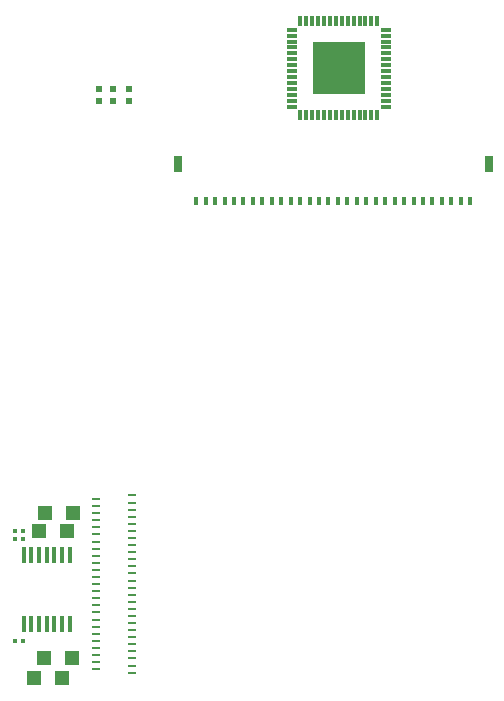
<source format=gbr>
%TF.GenerationSoftware,KiCad,Pcbnew,(5.1.6)-1*%
%TF.CreationDate,2022-01-15T22:49:59+01:00*%
%TF.ProjectId,XPS15,58505331-352e-46b6-9963-61645f706362,rev?*%
%TF.SameCoordinates,Original*%
%TF.FileFunction,Paste,Top*%
%TF.FilePolarity,Positive*%
%FSLAX46Y46*%
G04 Gerber Fmt 4.6, Leading zero omitted, Abs format (unit mm)*
G04 Created by KiCad (PCBNEW (5.1.6)-1) date 2022-01-15 22:49:59*
%MOMM*%
%LPD*%
G01*
G04 APERTURE LIST*
%ADD10R,1.150000X1.150000*%
%ADD11R,0.450000X1.475000*%
%ADD12R,0.460000X0.420000*%
%ADD13R,0.650000X0.240000*%
%ADD14R,4.450000X4.450000*%
%ADD15R,0.300000X0.850000*%
%ADD16R,0.850000X0.300000*%
%ADD17R,0.500000X0.475000*%
%ADD18R,0.700000X1.400000*%
%ADD19R,0.400000X0.800000*%
G04 APERTURE END LIST*
D10*
%TO.C,R7*%
X137040620Y-117030500D03*
X139390620Y-117030500D03*
%TD*%
%TO.C,R6*%
X136555480Y-118587520D03*
X138905480Y-118587520D03*
%TD*%
%TO.C,R2*%
X136130800Y-131000500D03*
X138480800Y-131000500D03*
%TD*%
%TO.C,R1*%
X137005060Y-129377440D03*
X139355060Y-129377440D03*
%TD*%
D11*
%TO.C,IC2*%
X135245860Y-120603520D03*
X135895860Y-120603520D03*
X136545860Y-120603520D03*
X137195860Y-120603520D03*
X137845860Y-120603520D03*
X138495860Y-120603520D03*
X139145860Y-120603520D03*
X139145860Y-126479520D03*
X138495860Y-126479520D03*
X137845860Y-126479520D03*
X137195860Y-126479520D03*
X136545860Y-126479520D03*
X135895860Y-126479520D03*
X135245860Y-126479520D03*
%TD*%
D12*
%TO.C,C3*%
X135175860Y-118593520D03*
X134515860Y-118593520D03*
%TD*%
%TO.C,C2*%
X134515860Y-119303520D03*
X135175860Y-119303520D03*
%TD*%
%TO.C,C1*%
X135145860Y-127873520D03*
X134485860Y-127873520D03*
%TD*%
D13*
%TO.C,J1*%
X144425000Y-115590000D03*
X141375000Y-115890000D03*
X144425000Y-116190000D03*
X141375000Y-116490000D03*
X144425000Y-116790000D03*
X141375000Y-117090000D03*
X144425000Y-117390000D03*
X141375000Y-117690000D03*
X144425000Y-117990000D03*
X141375000Y-118290000D03*
X144425000Y-118590000D03*
X141375000Y-118890000D03*
X144425000Y-119190000D03*
X141375000Y-119490000D03*
X144425000Y-119790000D03*
X141375000Y-120090000D03*
X144425000Y-120390000D03*
X141375000Y-120690000D03*
X144425000Y-120990000D03*
X141375000Y-121290000D03*
X144425000Y-121590000D03*
X141375000Y-121890000D03*
X144425000Y-122190000D03*
X141375000Y-122490000D03*
X144425000Y-122790000D03*
X141375000Y-123090000D03*
X144425000Y-123390000D03*
X141375000Y-123690000D03*
X144425000Y-123990000D03*
X141375000Y-124290000D03*
X144425000Y-124590000D03*
X141375000Y-124890000D03*
X144425000Y-125190000D03*
X141375000Y-125490000D03*
X144425000Y-125790000D03*
X141375000Y-126090000D03*
X144425000Y-126390000D03*
X141375000Y-126690000D03*
X144425000Y-126990000D03*
X141375000Y-127290000D03*
X144425000Y-127590000D03*
X141375000Y-127890000D03*
X144425000Y-128190000D03*
X141375000Y-128490000D03*
X144425000Y-128790000D03*
X141375000Y-129090000D03*
X144425000Y-129390000D03*
X141375000Y-129690000D03*
X144425000Y-129990000D03*
X141375000Y-130290000D03*
X144425000Y-130590000D03*
%TD*%
D14*
%TO.C,IC1*%
X161930080Y-79405480D03*
D15*
X165180080Y-83355480D03*
X164680080Y-83355480D03*
X164180080Y-83355480D03*
X163680080Y-83355480D03*
X163180080Y-83355480D03*
X162680080Y-83355480D03*
X162180080Y-83355480D03*
X161680080Y-83355480D03*
X161180080Y-83355480D03*
X160680080Y-83355480D03*
X160180080Y-83355480D03*
X159680080Y-83355480D03*
X159180080Y-83355480D03*
X158680080Y-83355480D03*
D16*
X157980080Y-82655480D03*
X157980080Y-82155480D03*
X157980080Y-81655480D03*
X157980080Y-81155480D03*
X157980080Y-80655480D03*
X157980080Y-80155480D03*
X157980080Y-79655480D03*
X157980080Y-79155480D03*
X157980080Y-78655480D03*
X157980080Y-78155480D03*
X157980080Y-77655480D03*
X157980080Y-77155480D03*
X157980080Y-76655480D03*
X157980080Y-76155480D03*
D15*
X158680080Y-75455480D03*
X159180080Y-75455480D03*
X159680080Y-75455480D03*
X160180080Y-75455480D03*
X160680080Y-75455480D03*
X161180080Y-75455480D03*
X161680080Y-75455480D03*
X162180080Y-75455480D03*
X162680080Y-75455480D03*
X163180080Y-75455480D03*
X163680080Y-75455480D03*
X164180080Y-75455480D03*
X164680080Y-75455480D03*
X165180080Y-75455480D03*
D16*
X165880080Y-76155480D03*
X165880080Y-76655480D03*
X165880080Y-77155480D03*
X165880080Y-77655480D03*
X165880080Y-78155480D03*
X165880080Y-78655480D03*
X165880080Y-79155480D03*
X165880080Y-79655480D03*
X165880080Y-80155480D03*
X165880080Y-80655480D03*
X165880080Y-81155480D03*
X165880080Y-81655480D03*
X165880080Y-82155480D03*
X165880080Y-82655480D03*
%TD*%
D17*
%TO.C,R5*%
X141655800Y-81199880D03*
X141655800Y-82224880D03*
%TD*%
%TO.C,R4*%
X144125240Y-81199400D03*
X144125240Y-82224400D03*
%TD*%
%TO.C,R3*%
X142808960Y-81199300D03*
X142808960Y-82224300D03*
%TD*%
D18*
%TO.C,U2*%
X174600000Y-87540000D03*
X148300000Y-87540000D03*
D19*
X153850000Y-90640000D03*
X155450000Y-90640000D03*
X153050000Y-90640000D03*
X157050000Y-90640000D03*
X154650000Y-90640000D03*
X156250000Y-90640000D03*
X152250000Y-90640000D03*
X151450000Y-90640000D03*
X150650000Y-90640000D03*
X149850000Y-90640000D03*
X161850000Y-90640000D03*
X163450000Y-90640000D03*
X161050000Y-90640000D03*
X165050000Y-90640000D03*
X162650000Y-90640000D03*
X164250000Y-90640000D03*
X160250000Y-90640000D03*
X159450000Y-90640000D03*
X158650000Y-90640000D03*
X157850000Y-90640000D03*
X165850000Y-90640000D03*
X166650000Y-90640000D03*
X167450000Y-90640000D03*
X168250000Y-90640000D03*
X169050000Y-90640000D03*
X169850000Y-90640000D03*
X170650000Y-90640000D03*
X171450000Y-90640000D03*
X172250000Y-90640000D03*
X173050000Y-90640000D03*
%TD*%
M02*

</source>
